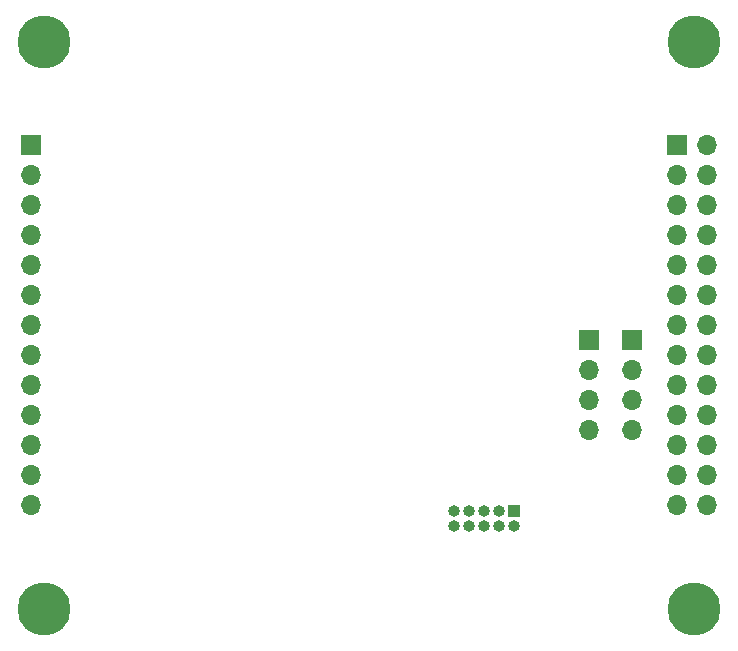
<source format=gbr>
%TF.GenerationSoftware,KiCad,Pcbnew,5.1.10-88a1d61d58~90~ubuntu20.04.1*%
%TF.CreationDate,2021-12-07T12:23:46+00:00*%
%TF.ProjectId,nrf52840,6e726635-3238-4343-902e-6b696361645f,rev?*%
%TF.SameCoordinates,Original*%
%TF.FileFunction,Soldermask,Bot*%
%TF.FilePolarity,Negative*%
%FSLAX46Y46*%
G04 Gerber Fmt 4.6, Leading zero omitted, Abs format (unit mm)*
G04 Created by KiCad (PCBNEW 5.1.10-88a1d61d58~90~ubuntu20.04.1) date 2021-12-07 12:23:46*
%MOMM*%
%LPD*%
G01*
G04 APERTURE LIST*
%ADD10O,1.700000X1.700000*%
%ADD11R,1.700000X1.700000*%
%ADD12C,4.500000*%
%ADD13O,1.000000X1.000000*%
%ADD14R,1.000000X1.000000*%
G04 APERTURE END LIST*
D10*
%TO.C,J5*%
X183600000Y-106320000D03*
X183600000Y-103780000D03*
X183600000Y-101240000D03*
D11*
X183600000Y-98700000D03*
%TD*%
D12*
%TO.C,H4*%
X192500000Y-121500000D03*
%TD*%
%TO.C,H3*%
X192500000Y-73500000D03*
%TD*%
%TO.C,H2*%
X137500000Y-121500000D03*
%TD*%
%TO.C,H1*%
X137500000Y-73500000D03*
%TD*%
D13*
%TO.C,J4*%
X172210000Y-114520000D03*
X172210000Y-113250000D03*
X173480000Y-114520000D03*
X173480000Y-113250000D03*
X174750000Y-114520000D03*
X174750000Y-113250000D03*
X176020000Y-114520000D03*
X176020000Y-113250000D03*
X177290000Y-114520000D03*
D14*
X177290000Y-113250000D03*
%TD*%
D10*
%TO.C,J3*%
X187300000Y-106320000D03*
X187300000Y-103780000D03*
X187300000Y-101240000D03*
D11*
X187300000Y-98700000D03*
%TD*%
D10*
%TO.C,J2*%
X136400000Y-112680000D03*
X136400000Y-110140000D03*
X136400000Y-107600000D03*
X136400000Y-105060000D03*
X136400000Y-102520000D03*
X136400000Y-99980000D03*
X136400000Y-97440000D03*
X136400000Y-94900000D03*
X136400000Y-92360000D03*
X136400000Y-89820000D03*
X136400000Y-87280000D03*
X136400000Y-84740000D03*
D11*
X136400000Y-82200000D03*
%TD*%
D10*
%TO.C,J1*%
X193640000Y-112680000D03*
X191100000Y-112680000D03*
X193640000Y-110140000D03*
X191100000Y-110140000D03*
X193640000Y-107600000D03*
X191100000Y-107600000D03*
X193640000Y-105060000D03*
X191100000Y-105060000D03*
X193640000Y-102520000D03*
X191100000Y-102520000D03*
X193640000Y-99980000D03*
X191100000Y-99980000D03*
X193640000Y-97440000D03*
X191100000Y-97440000D03*
X193640000Y-94900000D03*
X191100000Y-94900000D03*
X193640000Y-92360000D03*
X191100000Y-92360000D03*
X193640000Y-89820000D03*
X191100000Y-89820000D03*
X193640000Y-87280000D03*
X191100000Y-87280000D03*
X193640000Y-84740000D03*
X191100000Y-84740000D03*
X193640000Y-82200000D03*
D11*
X191100000Y-82200000D03*
%TD*%
M02*

</source>
